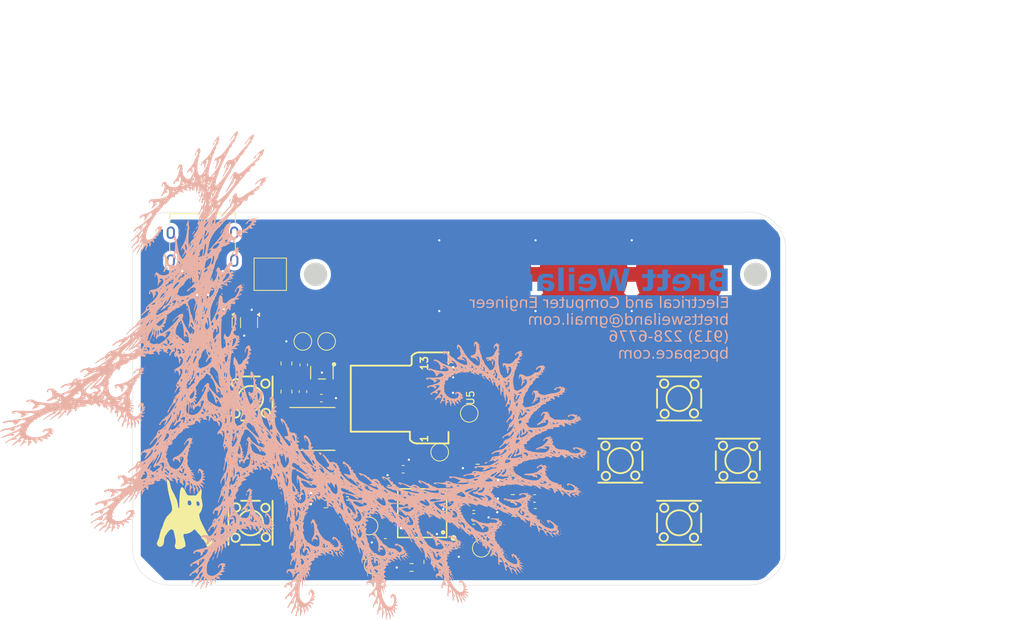
<source format=kicad_pcb>
(kicad_pcb (version 20241229) (generator "pcbnew") (generator_version "9.0")
  (layers (0 "F.Cu" signal) (2 "B.Cu" signal) (13 "F.Paste" user) (15 "B.Paste" user) (5 "F.SilkS" user "F.Silkscreen") (7 "B.SilkS" user "B.Silkscreen") (1 "F.Mask" user) (3 "B.Mask" user) (25 "Edge.Cuts" user))
  (net 0 "")
  (net 1 "GND")
  (net 2 "+3V0")
  (net 3 "Net-(U4-VBAT)")
  (net 4 "Net-(C13-Pad1)")
  (net 5 "Net-(C14-Pad1)")
  (net 6 "Net-(C15-Pad1)")
  (net 7 "Net-(C16-Pad1)")
  (net 8 "Net-(C17-Pad1)")
  (net 9 "Net-(C18-Pad1)")
  (net 10 "Net-(U2-VIN)")
  (net 11 "in_button_a")
  (net 12 "Net-(U4-BOOT0)")
  (net 13 "in_button_b")
  (net 14 "in_button_down")
  (net 15 "in_button_left")
  (net 16 "in_button_right")
  (net 17 "in_button_up")
  (net 18 "unregulated_vcc")
  (net 19 "Net-(U1-FB)")
  (net 20 "spi1_sck")
  (net 21 "Net-(J1-CC1)")
  (net 22 "spi1_mosi")
  (net 23 "Net-(U2-~{CE})")
  (net 24 "Net-(J1-CC2)")
  (net 25 "power_info")
  (net 32 "Net-(Q1-S)")
  (net 33 "lcd_reset")
  (net 39 "Net-(U1-SW)")
  (net 45 "Net-(R10-Pad1)")
  (net 49 "spi1_miso")
  (net 53 "lcd_dataselect")
  (net 55 "lcd_cs")
  (net 59 "Net-(U4-NRST)")
  (net 60 "Net-(U4-PA14)")
  (net 61 "Net-(U4-PA13)")
  (net 62 "backlight_fet")
  (footprint "LOGO" (layer "F.Cu") (at 139.84371 122.678069)
    (property "Reference" "G***" (hide yes))
    (property "Value" "LOGO" (hide yes))
  )
  (footprint "Capacitor_SMD:C_0603_1608Metric" (layer "F.Cu") (at 187.369442 122.41021)
    (property "Reference" "C14" (hide yes))
    (property "Value" "2.2uF" (hide yes))
  )
  (footprint "Capacitor_SMD:C_0603_1608Metric" (layer "F.Cu") (at 167.433349 118.253643 180)
    (property "Reference" "C4" (hide yes))
    (property "Value" "100nF" (hide yes))
  )
  (footprint "easyeda2kicad:SW-SMD_4P-L6.0-W6.0-P4.50-LS8.6" (layer "F.Cu") (at 206.951133 106.915534)
    (property "Reference" "b_up1" (hide yes))
    (property "Value" "TSD003A04126A02" (hide yes))
  )
  (footprint "TestPoint:TestPoint_Pad_4.0x4.0mm" (layer "F.Cu") (at 151.296213 89.989223)
    (property "Reference" "TP1" (hide yes))
    (property "Value" "675_positive" (hide yes))
  )
  (footprint "TestPoint:TestPoint_Pad_D2.0mm" (layer "F.Cu") (at 158.963914 99.135976)
    (property "Reference" "unreg_vcc1" (hide yes))
    (property "Value" "unreg_vcc" (hide yes))
  )
  (footprint "Capacitor_SMD:C_0603_1608Metric" (layer "F.Cu") (at 187.273159 120.535261)
    (property "Reference" "C16" (hide yes))
    (property "Value" "2.2uF" (hide yes))
  )
  (footprint "TestPoint:TestPoint_Pad_D2.0mm" (layer "F.Cu") (at 164.750573 124.284125)
    (property "Reference" "SWDIO1" (hide yes))
    (property "Value" "SWDIO" (hide yes))
  )
  (footprint "Package_TO_SOT_SMD:SOT-23" (layer "F.Cu") (at 159.273241 115.503476 180)
    (property "Reference" "Q1" (hide yes))
    (property "Value" "AO3400A" (hide yes))
  )
  (footprint "easyeda2kicad:SOT-23-5_L3.0-W1.7-P0.95-LS2.8-BL" (layer "F.Cu") (at 158.325688 103.405065 180)
    (property "Reference" "U1" (hide yes))
    (property "Value" "MT9216" (hide yes))
  )
  (footprint "Resistor_SMD:R_0603_1608Metric" (layer "F.Cu") (at 174.948734 129.933381)
    (property "Reference" "R10" (hide yes))
    (property "Value" "0" (hide yes))
  )
  (footprint "Capacitor_SMD:C_0603_1608Metric" (layer "F.Cu") (at 176.686855 126.779815)
    (property "Reference" "C12" (hide yes))
    (property "Value" "100nF" (hide yes))
  )
  (footprint "easyeda2kicad:OLED-SMD_ST7735S" (layer "F.Cu") (at 177.014466 106.835534 -90)
    (property "Reference" "U5")
    (property "Value" "N096-1608TBBIG11-H13" (hide yes))
  )
  (footprint "Capacitor_SMD:C_0603_1608Metric" (layer "F.Cu") (at 178.99165 124.571621)
    (property "Reference" "C11" (hide yes))
    (property "Value" ".1uF" (hide yes))
  )
  (footprint "Resistor_SMD:R_0603_1608Metric" (layer "F.Cu") (at 170.530995 129.935313 180)
    (property "Reference" "R11" (hide yes))
    (property "Value" "0" (hide yes))
  )
  (footprint "Package_TO_SOT_SMD:SOT-363_SC-70-6" (layer "F.Cu") (at 148.414155 96.574097 -90)
    (property "Reference" "U3" (hide yes))
    (property "Value" "LM66100DCK" (hide yes))
  )
  (footprint "Resistor_SMD:R_0805_2012Metric" (layer "F.Cu") (at 153.498188 102.147565 90)
    (property "Reference" "R4" (hide yes))
    (property "Value" "100k .01%" (hide yes))
  )
  (footprint "Resistor_SMD:R_0603_1608Metric" (layer "F.Cu") (at 142.831133 90.805534 -90)
    (property "Reference" "R2" (hide yes))
    (property "Value" "5.1k")
  )
  (footprint "Capacitor_SMD:C_0603_1608Metric" (layer "F.Cu") (at 182.485179 116.39855)
    (property "Reference" "C13" (hide yes))
    (property "Value" "2.2uF" (hide yes))
  )
  (footprint "Resistor_SMD:R_0805_2012Metric" (layer "F.Cu") (at 153.498188 105.972565 90)
    (property "Reference" "R3" (hide yes))
    (property "Value" "400k 1%" (hide yes))
  )
  (footprint "Capacitor_SMD:C_0603_1608Metric" (layer "F.Cu") (at 178.99165 121.651621 180)
    (property "Reference" "C8" (hide yes))
    (property "Value" "2.2uF" (hide yes))
  )
  (footprint "Resistor_SMD:R_0603_1608Metric" (layer "F.Cu") (at 184.313159 120.535261)
    (property "Reference" "R9" (hide yes))
    (property "Value" "1k" (hide yes))
  )
  (footprint "Resistor_SMD:R_0603_1608Metric" (layer "F.Cu") (at 158.859256 121.286002)
    (property "Reference" "R13" (hide yes))
    (property "Value" "1k" (hide yes))
  )
  (footprint "Capacitor_SMD:C_0603_1608Metric" (layer "F.Cu") (at 187.257004 118.016635)
    (property "Reference" "C15" (hide yes))
    (property "Value" "2.2uF" (hide yes))
  )
  (footprint "easyeda2kicad:SW-SMD_4P-L6.0-W6.0-P4.50-LS8.6" (layer "F.Cu") (at 214.951133 115.382201)
    (property "Reference" "b_left1" (hide yes))
    (property "Value" "TSD003A04126A02" (hide yes))
  )
  (footprint "Capacitor_SMD:C_0603_1608Metric" (layer "F.Cu") (at 178.99165 123.111621)
    (property "Reference" "C5" (hide yes))
    (property "Value" "100nF" (hide yes))
  )
  (footprint "easyeda2kicad:SW-SMD_4P-L6.0-W6.0-P4.50-LS8.6" (layer "F.Cu") (at 198.951133 115.382201)
    (property "Reference" "b_right1" (hide yes))
    (property "Value" "TSD003A04126A02" (hide yes))
  )
  (footprint "Resistor_SMD:R_0603_1608Metric" (layer "F.Cu") (at 158.853042 119.7874)
    (property "Reference" "R12" (hide yes))
    (property "Value" "1k" (hide yes))
  )
  (footprint "Capacitor_SMD:C_0603_1608Metric" (layer "F.Cu") (at 161.813042 119.7874)
    (property "Reference" "C17" (hide yes))
    (property "Value" "2.2uF" (hide yes))
  )
  (footprint "Resistor_SMD:R_0603_1608Metric" (layer "F.Cu") (at 184.409442 122.41021)
    (property "Reference" "R6" (hide yes))
    (property "Value" "1k" (hide yes))
  )
  (footprint "TestPoint:TestPoint_Pad_D2.0mm" (layer "F.Cu") (at 174.362663 114.235371)
    (property "Reference" "TP_mosi1" (hide yes))
    (property "Value" "TestPoint" (hide yes))
  )
  (footprint "indigos_kicad_lib:SAMESKY_UJC-H-G-SMT-2-P6-TR" (layer "F.Cu") (at 142.074466 84.33 180)
    (property "Reference" "J1" (hide yes))
    (property "Value" "USB_C_Receptacle_PowerOnly_6P" (hide yes))
  )
  (footprint "Resistor_SMD:R_0603_1608Metric" (layer "F.Cu") (at 184.297004 118.016635)
    (property "Reference" "R7" (hide yes))
    (property "Value" "1k" (hide yes))
  )
  (footprint "TestPoint:TestPoint_Pad_D2.0mm" (layer "F.Cu") (at 180.021047 127.320001)
    (property "Reference" "tst_nrst1" (hide yes))
    (property "Value" "tst_nrst" (hide yes))
  )
  (footprint "TestPoint:TestPoint_Pad_D2.0mm" (layer "F.Cu") (at 155.734045 99.135976)
    (property "Reference" "TestPoint_gnd1" (hide yes))
    (property "Value" "TestPoint_gnd" (hide yes))
  )
  (footprint "Capacitor_SMD:C_0603_1608Metric" (layer "F.Cu") (at 169.388611 116.553306)
    (property "Reference" "C2" (hide yes))
    (property "Value" "10uF" (hide yes))
  )
  (footprint "TestPoint:TestPoint_Pad_D2.0mm" (layer "F.Cu") (at 178.381844 108.935534)
    (property "Reference" "TP_sck1" (hide yes))
    (property "Value" "TestPoint" (hide yes))
  )
  (footprint "Capacitor_SMD:C_0603_1608Metric" (layer "F.Cu") (at 161.819256 121.286002)
    (property "Reference" "C18" (hide yes))
    (property "Value" "2.2uF" (hide yes))
  )
  (footprint "easyeda2kicad:LQFP-48_L7.0-W7.0-P0.50-LS9.0-BL" (layer "F.Cu") (at 171.990878 122.534125 90)
    (property "Reference" "U4" (hide yes))
    (property "Value" "STM32F103C8T6" (hide yes))
  )
  (footprint "Capacitor_SMD:C_0603_1608Metric" (layer "F.Cu") (at 158.248188 106.860065)
    (property "Reference" "C10" (hide yes))
    (property "Value" "10uF" (hide yes))
  )
  (footprint "Library:battery_holder" (layer "F.Cu") (at 167.753529 90.00238)
    (property "Reference" "U6" (hide yes))
    (property "Value" "~" (hide yes))
    (fp_circle (center -10.3 0) (end -11.9 0) (fill yes) (layer "Edge.Cuts"))
    (fp_circle (center 49.6 0) (end 48 0) (fill yes) (layer "Edge.Cuts"))
  )
  (footprint "easyeda2kicad:SW-SMD_4P-L6.0-W6.0-P4.50-LS8.6" (layer "F.Cu") (at 148.607799 123.848868 90)
    (property "Reference" "b_b1" (hide yes))
    (property "Value" "TSD003A04126A02" (hide yes))
  )
  (footprint "easyeda2kicad:SW-SMD_4P-L6.0-W6.0-P4.50-LS8.6" (layer "F.Cu") (at 206.951133 123.848868 180)
    (property "Reference" "b_down1" (hide yes))
    (property "Value" "TSD003A04126A02" (hide yes))
  )
  (footprint "Resistor_SMD:R_0603_1608Metric" (layer "F.Cu") (at 179.525179 116.39855)
    (property "Reference" "R5" (hide yes))
    (property "Value" "1k" (hide yes))
  )
  (footprint "Capacitor_SMD:C_0603_1608Metric" (layer "F.Cu") (at 155.748188 105.972565 90)
    (property "Reference" "C9" (hide yes))
    (property "Value" "22pF" (hide yes))
  )
  (footprint "Package_TO_SOT_SMD:SOT-363_SC-70-6" (layer "F.Cu") (at 144.950255 96.574097 -90)
    (property "Reference" "U2" (hide yes))
    (property "Value" "LM66100DCK" (hide yes))
  )
  (footprint "TestPoint:TestPoint_Pad_D2.0mm" (layer "F.Cu") (at 165.303801 129.637235)
    (property "Reference" "SWCLK1" (hide yes))
    (property "Value" "SWCLK" (hide yes))
  )
  (footprint "Resistor_SMD:R_0603_1608Metric" (layer "F.Cu") (at 172.740878 129.182482 -90)
    (property "Reference" "R8" (hide yes))
    (property "Value" "10k" (hide yes))
  )
  (footprint "Capacitor_SMD:C_0603_1608Metric" (layer "F.Cu") (at 174.948724 128.478655)
    (property "Reference" "C6" (hide yes))
    (property "Value" "100nF" (hide yes))
  )
  (footprint "indigos_kicad_lib:IND-SMD_L5.8-W5.2" (layer "F.Cu") (at 157.098188 111.060065)
    (property "Reference" "L1" (hide yes))
    (property "Value" "4.7uH" (hide yes))
  )
  (footprint "easyeda2kicad:SW-SMD_4P-L6.0-W6.0-P4.50-LS8.6" (layer "F.Cu") (at 148.607799 106.915534 90)
    (property "Reference" "b_a1" (hide yes))
    (property "Value" "TSD003A04126A02" (hide yes))
  )
  (footprint "Capacitor_SMD:C_0603_1608Metric" (layer "F.Cu") (at 166.965878 126.518684 180)
    (property "Reference" "C3" (hide yes))
    (property "Value" "100nF" (hide yes))
  )
  (footprint "Capacitor_SMD:C_0603_1608Metric" (layer "F.Cu") (at 155.860751 102.332657 -90)
    (property "Reference" "C1" (hide yes))
    (property "Value" "10uF" (hide yes))
  )
  (footprint "Resistor_SMD:R_0603_1608Metric" (layer "F.Cu") (at 141.331133 90.805534 -90)
    (property "Reference" "R1" (hide yes))
    (property "Value" "5.1k")
  )
  (footprint "LOGO" (layer "B.Cu") (at 154.509245 103.675705 180)
    (property "Reference" "G***" (hide yes))
    (property "Value" "LOGO" (hide yes))
  )
  (gr_line (start 137.564466 132.335534) (end 216.464466 132.335534) (stroke (width 0.05)) (layer "Edge.Cuts"))
  (gr_arc (start 137.564466 132.335534) (mid 134.028932 130.871068) (end 132.564466 127.335534) (stroke (width 0.05)) (layer "Edge.Cuts"))
  (gr_line (start 132.564466 86.535534) (end 132.564466 127.335534) (stroke (width 0.05)) (layer "Edge.Cuts"))
  (gr_arc (start 216.464466 81.535534) (mid 220 83) (end 221.464466 86.535534) (stroke (width 0.05)) (layer "Edge.Cuts"))
  (gr_line (start 221.464466 127.335534) (end 221.464466 86.535534) (stroke (width 0.05)) (layer "Edge.Cuts"))
  (gr_line (start 216.464466 81.535534) (end 137.564466 81.535534) (stroke (width 0.05)) (layer "Edge.Cuts"))
  (gr_arc (start 132.564466 86.535534) (mid 134.028932 83) (end 137.564466 81.535534) (stroke (width 0.05)) (layer "Edge.Cuts"))
  (gr_arc (start 221.464466 127.335534) (mid 220 130.871068) (end 216.464466 132.335534) (stroke (width 0.05)) (layer "Edge.Cuts"))
  (gr_text "Brett Weiland" (at 213.949245 89.270705 -0) (layer "B.Cu") (effects (font (size 3 3) (thickness 0.2) (bold yes)) (justify left top mirror)))
  (gr_text "Electrical and Computer Engineer" (at 213.799245 93.070705 -0) (layer "B.SilkS") (effects (font (size 1.5 1.5)) (justify left top mirror)))
  (gr_text "brettsweiland@gmail.com" (at 213.739245 95.370705 -0) (layer "B.SilkS") (effects (font (size 1.5 1.5)) (justify left top mirror)))
  (gr_text "(913) 228-6776" (at 213.759245 97.670705 -0) (layer "B.SilkS") (effects (font (size 1.5 1.5)) (justify left top mirror)))
  (gr_text "bpcspace.com" (at 213.739245 99.970705 -0) (layer "B.SilkS") (effects (font (size 1.5 1.5)) (justify left top mirror)))
  (segment (start 182.407094 90.00238) (end 187.403529 94.998815) (width 2) (layer "F.Cu") (net 1))
  (segment (start 158.034256 121.286002) (end 156.851445 121.286002) (width 0.25) (layer "F.Cu") (net 1))
  (segment (start 180.853529 90.00238) (end 182.407094 90.00238) (width 2) (layer "F.Cu") (net 1))
  (segment (start 207.053529 90.00238) (end 205.499964 90.00238) (width 2) (layer "F.Cu") (net 1))
  (segment (start 169.307094 90.00238) (end 174.303529 94.998815) (width 2) (layer "F.Cu") (net 1))
  (segment (start 169.705995 129.935313) (end 168.508983 129.935313) (width 0.25) (layer "F.Cu") (net 1))
  (segment (start 179.76665 123.111621) (end 181.015522 123.111621) (width 0.25) (layer "F.Cu") (net 1))
  (segment (start 158.325688 102.255065) (end 158.325688 103.383231) (width 0.5) (layer "F.Cu") (net 1))
  (segment (start 193.953529 90.00238) (end 195.86673 90.00238) (width 2) (layer "F.Cu") (net 1))
  (segment (start 176.964712 128.478655) (end 175.723724 128.478655) (width 0.25) (layer "F.Cu") (net 1))
  (segment (start 179.76665 124.571621) (end 179.76665 123.111621) (width 0.25) (layer "F.Cu") (net 1))
  (segment (start 167.740878 124.784125) (end 166.946477 124.784125) (width 0.25) (layer "F.Cu") (net 1))
  (segment (start 166.658349 118.253643) (end 166.658349 117.969587) (width 0.25) (layer "F.Cu") (net 1))
  (segment (start 167.753529 90.00238) (end 169.66673 90.00238) (width 2) (layer "F.Cu") (net 1))
  (segment (start 167.753529 90.00238) (end 169.307094 90.00238) (width 2) (layer "F.Cu") (net 1))
  (segment (start 169.740878 118.284125) (end 169.740878 116.976039) (width 0.25) (layer "F.Cu") (net 1))
  (segment (start 166.190878 126.518684) (end 165.117727 126.518684) (width 0.25) (layer "F.Cu") (net 1))
  (segment (start 205.140328 90.00238) (end 200.503529 85.365581) (width 2) (layer "F.Cu") (net 1))
  (segment (start 148.414155 95.187973) (end 148.414155 95.624097) (width 0.25) (layer "F.Cu") (net 1))
  (segment (start 180.853529 90.00238) (end 167.753529 90.00238) (width 2) (layer "F.Cu") (net 1))
  (segment (start 148.773765 94.828363) (end 148.414155 95.187973) (width 0.25) (layer "F.Cu") (net 1))
  (segment (start 144.824466 89.555534) (end 144.824466 88.21) (width 0.5) (layer "F.Cu") (net 1))
  (segment (start 155.860751 103.107657) (end 156.136325 103.383231) (width 0.25) (layer "F.Cu") (net 1))
  (segment (start 174.559466 106.135534) (end 176.171148 106.135534) (width 0.5) (layer "F.Cu") (net 1))
  (segment (start 169.740878 116.976039) (end 170.163611 116.553306) (width 0.25) (layer "F.Cu") (net 1))
  (segment (start 180.853529 90.00238) (end 178.940328 90.00238) (width 2) (layer "F.Cu") (net 1))
  (segment (start 155.734045 99.135976) (end 153.498163 99.135976) (width 0.5) (layer "F.Cu") (net 1))
  (segment (start 147.914154 98.349097) (end 147.752869 98.349097) (width 0.25) (layer "F.Cu") (net 1))
  (segment (start 178.700179 116.39855) (end 177.51654 116.39855) (width 0.25) (layer "F.Cu") (net 1))
  (segment (start 179.76665 123.111621) (end 179.76665 121.651621) (width 0.25) (layer "F.Cu") (net 1))
  (segment (start 139.324466 88.21) (end 139.324466 89.548867) (width 0.5) (layer "F.Cu") (net 1))
  (segment (start 182.76673 90.00238) (end 187.403529 85.365581) (width 2) (layer "F.Cu") (net 1))
  (segment (start 207.053529 90.00238) (end 193.953529 90.00238) (width 2) (layer "F.Cu") (net 1))
  (segment (start 153.498188 99.136001) (end 153.493954 99.131767) (width 0.25) (layer "F.Cu") (net 1))
  (segment (start 193.953529 90.00238) (end 192.399964 90.00238) (width 2) (layer "F.Cu") (net 1))
  (segment (start 159.023188 106.860065) (end 160.238628 106.860065) (width 0.5) (layer "F.Cu") (net 1))
  (segment (start 141.331133 91.630534) (end 141.331133 92.805534) (width 0.2) (layer "F.Cu") (net 1))
  (segment (start 166.190878 125.539724) (end 166.190878 126.518684) (width 0.25) (layer "F.Cu") (net 1))
  (segment (start 174.559466 102.635534) (end 176.199643 102.635534) (width 0.5) (layer "F.Cu") (net 1))
  (segment (start 175.041178 121.784125) (end 174.846241 121.979062) (width 0.25) (layer "F.Cu") (net 1))
  (segment (start 180.853529 90.00238) (end 182.76673 90.00238) (width 2) (layer "F.Cu") (net 1))
  (segment (start 153.498188 101.235065) (end 153.634956 101.235065) (width 0.25) (layer "F.Cu") (net 1))
  (segment (start 174.240878 125.643287) (end 173.978553 125.380962) (width 0.25) (layer "F.Cu") (net 1))
  (segment (start 142.831133 91.630534) (end 142.831133 92.805534) (width 0.2) (layer "F.Cu") (net 1))
  (segment (start 207.053529 90.00238) (end 205.140328 90.00238) (width 2) (layer "F.Cu") (net 1))
  (segment (start 166.658349 117.969587) (end 167.264504 117.363432) (width 0.25) (layer "F.Cu") (net 1))
  (segment (start 183.488159 120.535261) (end 182.290644 120.535261) (width 0.25) (layer "F.Cu") (net 1))
  (segment (start 174.240878 126.784125) (end 174.240878 125.643287) (width 0.25) (layer "F.Cu") (net 1))
  (segment (start 179.299964 90.00238) (end 174.303529 94.998815) (width 2) (layer "F.Cu") (net 1))
  (segment (start 158.028042 119.7874) (end 156.828555 119.7874) (width 0.25) (layer "F.Cu") (net 1))
  (segment (start 176.240878 121.784125) (end 175.041178 121.784125) (width 0.25) (layer "F.Cu") (net 1))
  (segment (start 169.66673 90.00238) (end 174.303529 85.365581) (width 2) (layer "F.Cu") (net 1))
  (segment (start 170.163611 116.553306) (end 170.163611 115.257278) (width 0.5) (layer "F.Cu") (net 1))
  (segment (start 148.414155 97.524097) (end 148.414155 97.849096) (width 0.25) (layer "F.Cu") (net 1))
  (segment (start 178.940328 90.00238) (end 174.303529 85.365581) (width 2) (layer "F.Cu") (net 1))
  (segment (start 156.136325 103.383231) (end 158.325688 103.383231) (width 0.5) (layer "F.Cu") (net 1))
  (segment (start 153.498163 99.135976) (end 153.493954 99.131767) (width 0.25) (layer "F.Cu") (net 1))
  (segment (start 195.507094 90.00238) (end 200.503529 94.998815) (width 2) (layer "F.Cu") (net 1))
  (segment (start 139.324466 89.548867) (end 139.331133 89.555534) (width 0.2) (layer "F.Cu") (net 1))
  (segment (start 192.399964 90.00238) (end 187.403529 94.998815) (width 2) (layer "F.Cu") (net 1))
  (segment (start 193.953529 90.00238) (end 195.507094 90.00238) (width 2) (layer "F.Cu") (net 1))
  (segment (start 205.499964 90.00238) (end 200.503529 94.998815) (width 2) (layer "F.Cu") (net 1))
  (segment (start 193.953529 90.00238) (end 192.040328 90.00238) (width 2) (layer "F.Cu") (net 1))
  (segment (start 183.584442 122.41021) (end 182.194361 122.41021) (width 0.25) (layer "F.Cu") (net 1))
  (segment (start 192.040328 90.00238) (end 187.403529 85.365581) (width 2) (layer "F.Cu") (net 1))
  (segment (start 180.853529 90.00238) (end 179.299964 90.00238) (width 2) (layer "F.Cu") (net 1))
  (segment (start 166.946477 124.784125) (end 166.190878 125.539724) (width 0.25) (layer "F.Cu") (net 1))
  (segment (start 148.414155 97.849096) (end 147.914154 98.349097) (width 0.25) (layer "F.Cu") (net 1))
  (segment (start 168.854515 124.784125) (end 169.05776 124.58088) (width 0.25) (layer "F.Cu") (net 1))
  (segment (start 153.498188 101.235065) (end 153.498188 99.136001) (width 0.5) (layer "F.Cu") (net 1))
  (segment (start 195.86673 90.00238) (end 200.503529 85.365581) (width 2) (layer "F.Cu") (net 1))
  (segment (start 144.950255 95.624097) (end 144.950255 94.780685) (width 0.25) (layer "F.Cu") (net 1))
  (segment (start 193.953529 90.00238) (end 180.853529 90.00238) (width 2) (layer "F.Cu") (net 1))
  (segment (start 174.559466 104.035534) (end 176.199643 104.035534) (width 0.5) (layer "F.Cu") (net 1))
  (segment (start 167.740878 124.784125) (end 168.854515 124.784125) (width 0.25) (layer "F.Cu") (net 1))
  (segment (start 183.472004 118.016635) (end 182.306799 118.016635) (width 0.25) (layer "F.Cu") (net 1))
  (via (at 158.325688 103.383231) (size 0.6) (drill 0.3) (layers "F.Cu" "B.Cu") (net 1))
  (via (at 174.846241 121.979062) (size 0.6) (drill 0.3) (layers "F.Cu" "B.Cu") (net 1))
  (via (at 176.199643 104.035534) (size 0.6) (drill 0.3) (layers "F.Cu" "B.Cu") (net 1))
  (via (at 165.117727 126.518684) (size 0.6) (drill 0.3) (layers "F.Cu" "B.Cu") (net 1))
  (via (at 169.05776 124.58088) (size 0.6) (drill 0.3) (layers "F.Cu" "B.Cu") (net 1))
  (via (at 174.303529 85.365581) (size 1) (drill 0.3) (layers "F.Cu" "B.Cu") (net 1))
  (via (at 187.403529 85.365581) (size 1) (drill 0.3) (layers "F.Cu" "B.Cu") (net 1))
  (via (at 156.828555 119.7874) (size 0.6) (drill 0.3) (layers "F.Cu" "B.Cu") (net 1))
  (via (at 177.51654 116.39855) (size 0.6) (drill 0.3) (layers "F.Cu" "B.Cu") (net 1))
  (via (at 176.199643 102.635534) (size 0.6) (drill 0.3) (layers "F.Cu" "B.Cu") (net 1))
  (via (at 182.290644 120.535261) (size 0.6) (drill 0.3) (layers "F.Cu" "B.Cu") (net 1))
  (via (at 147.752869 98.349097) (size 0.6) (drill 0.3) (layers "F.Cu" "B.Cu") (net 1))
  (via (at 148.773765 94.828363) (size 0.6) (drill 0.3) (layers "F.Cu" "B.Cu") (net 1))
  (via (at 144.950255 94.780685) (size 0.6) (drill 0.3) (layers "F.Cu" "B.Cu") (net 1))
  (via (at 187.403529 94.998815) (size 1) (drill 0.3) (layers "F.Cu" "B.Cu") (net 1))
  (via (at 200.503529 85.365581) (size 1) (drill 0.3) (layers "F.Cu" "B.Cu") (net 1))
  (via (at 168.508983 129.935313) (size 0.6) (drill 0.3) (layers "F.Cu" "B.Cu") (net 1))
  (via (at 142.831133 92.805534) (size 0.6) (drill 0.3) (layers "F.Cu" "B.Cu") (net 1))
  (via (at 182.194361 122.41021) (size 0.6) (drill 0.3) (layers "F.Cu" "B.Cu") (net 1))
  (via (at 176.171148 106.135534) (size 0.6) (drill 0.3) (layers "F.Cu" "B.Cu") (net 1))
  (via (at 153.493954 99.131767) (size 0.6) (drill 0.3) (layers "F.Cu" "B.Cu") (net 1))
  (via (at 182.306799 118.016635) (size 0.6) (drill 0.3) (layers "F.Cu" "B.Cu") (net 1))
  (via (at 160.238628 106.860065) (size 0.6) (drill 0.3) (layers "F.Cu" "B.Cu") (net 1))
  (via (at 144.824466 89.555534) (size 0.6) (drill 0.3) (layers "F.Cu" "B.Cu") (net 1))
  (via (at 141.331133 92.805534) (size 0.6) (drill 0.3) (layers "F.Cu" "B.Cu") (net 1))
  (via (at 174.303529 94.998815) (size 1) (drill 0.3) (layers "F.Cu" "B.Cu") (net 1))
  (via (at 173.978553 125.380962) (size 0.6) (drill 0.3) (layers "F.Cu" "B.Cu") (net 1))
  (via (at 156.851445 121.286002) (size 0.6) (drill 0.3) (layers "F.Cu" "B.Cu") (net 1))
  (via (at 200.503529 94.998815) (size 1) (drill 0.3) (layers "F.Cu" "B.Cu") (net 1))
  (via (at 139.331133 89.555534) (size 0.6) (drill 0.3) (layers "F.Cu" "B.Cu") (net 1))
  (via (at 167.264504 117.363432) (size 0.6) (drill 0.3) (layers "F.Cu" "B.Cu") (net 1))
  (via (at 181.015522 123.111621) (size 0.6) (drill 0.3) (layers "F.Cu" "B.Cu") (net 1))
  (via (at 176.964712 128.478655) (size 0.6) (drill 0.3) (layers "F.Cu" "B.Cu") (net 1))
  (via (at 170.163611 115.257278) (size 0.6) (drill 0.3) (layers "F.Cu" "B.Cu") (net 1))
  (segment (start 169.68376 124.840178) (end 169.68376 119.649239) (width 0.25) (layer "F.Cu") (net 2))
  (segment (start 172.374458 121.284125) (end 176.240878 121.284125) (width 0.25) (layer "F.Cu") (net 2))
  (segment (start 154.768188 113.2016) (end 154.768188 111.060065) (width 0.25) (layer "F.Cu") (net 2))
  (segment (start 210.951133 113.132201) (end 218.951133 113.132201) (width 0.25) (layer "F.Cu") (net 2))
  (segment (start 167.740878 125.284125) (end 169.239813 125.284125) (width 0.25) (layer "F.Cu") (net 2))
  (segment (start 155.860688 106.860065) (end 155.748188 106.747565) (width 0.5) (layer "F.Cu") (net 2))
  (segment (start 169.240878 119.206358) (end 171.318645 121.284125) (width 0.25) (layer "F.Cu") (net 2))
  (segment (start 154.768188 112.493656) (end 154.768188 111.060065) (width 0.5) (layer "F.Cu") (net 2))
  (segment (start 169.68376 119.649239) (end 169.240878 119.206358) (width 0.25) (layer "F.Cu") (net 2))
  (segment (start 220.177133 118.558201) (end 212.636466 126.098868) (width 0.25) (layer "F.Cu") (net 2))
  (segment (start 178.21665 123.111621) (end 178.21665 121.651621) (width 0.25) (layer "F.Cu") (net 2))
  (segment (start 218.951133 113.132201) (end 220.177133 114.358201) (width 0.25) (layer "F.Cu") (net 2))
  (segment (start 169.240878 118.284125) (end 169.240878 117.180573) (width 0.25) (layer "F.Cu") (net 2))
  (segment (start 155.748188 106.747565) (end 153.635688 106.747565) (width 0.5) (layer "F.Cu") (net 2))
  (segment (start 165.208812 115.503476) (end 158.335741 115.503476) (width 0.5) (layer "F.Cu") (net 2))
  (segment (start 169.240878 118.284125) (end 168.238831 118.284125) (width 0.25) (layer "F.Cu") (net 2))
  (segment (start 174.319008 128.478655) (end 175.773734 129.933381) (width 0.25) (layer "F.Cu") (net 2))
  (segment (start 167.740878 125.284125) (end 167.740878 126.518684) (width 0.25) (layer "F.Cu") (net 2))
  (segment (start 212.177133 105.891534) (end 212.177133 111.906201) (width 0.25) (layer "F.Cu") (net 2))
  (segment (start 212.177133 111.906201) (end 210.951133 113.132201) (width 0.25) (layer "F.Cu") (net 2))
  (segment (start 151.783799 129.074868) (end 147.583799 129.074868) (width 0.25) (layer "F.Cu") (net 2))
  (segment (start 202.951133 104.665534) (end 174.629466 104.665534) (width 0.25) (layer "F.Cu") (net 2))
  (segment (start 194.951133 113.132201) (end 202.951133 113.132201) (width 0.25) (layer "F.Cu") (net 2))
  (segment (start 168.238831 118.284125) (end 168.208349 118.253643) (width 0.25) (layer "F.Cu") (net 2))
  (segment (start 174.559466 104.735534) (end 173.057466 104.735534) (width 0.5) (layer "F.Cu") (net 2))
  (segment (start 157.473188 106.860065) (end 155.860688 106.860065) (width 0.5) (layer "F.Cu") (net 2))
  (segment (start 212.636466 126.098868) (end 210.951133 126.098868) (width 0.25) (layer "F.Cu") (net 2))
  (segment (start 165.621235 115.915899) (end 166.258642 116.553306) (width 0.5) (layer "F.Cu") (net 2))
  (segment (start 165.621235 115.915899) (end 165.208812 115.503476) (width 0.5) (layer "F.Cu") (net 2))
  (segment (start 174.740878 126.784125) (end 174.740878 123.650545) (width 0.25) (layer "F.Cu") (net 2))
  (segment (start 210.951133 104.665534) (end 212.177133 105.891534) (width 0.25) (layer "F.Cu") (net 2))
  (segment (start 166.939878 127.319684) (end 153.538983 127.319684) (width 0.25) (layer "F.Cu") (net 2))
  (segment (start 154.768188 111.060065) (end 154.768188 111.935923) (width 0.5) (layer "F.Cu") (net 2))
  (segment (start 202.951133 104.665534) (end 210.951133 104.665534) (width 0.25) (layer "F.Cu") (net 2))
  (segment (start 174.740878 123.650545) (end 172.374458 121.284125) (width 0.25) (layer "F.Cu") (net 2))
  (segment (start 165.610084 115.92705) (end 165.621235 115.915899) (width 0.5) (layer "F.Cu") (net 2))
  (segment (start 154.768188 111.935923) (end 158.335741 115.503476) (width 0.5) (layer "F.Cu") (net 2))
  (segment (start 174.173724 128.478655) (end 174.740878 127.911501) (width 0.25) (layer "F.Cu") (net 2))
  (segment (start 174.173724 128.478655) (end 174.319008 128.478655) (width 0.25) (layer "F.Cu") (net 2))
  (segment (start 199.11662 129.933381) (end 175.773734 129.933381) (width 0.25) (layer "F.Cu") (net 2))
  (segment (start 153.635688 106.747565) (end 153.498188 106.885065) (width 0.5) (layer "F.Cu") (net 2))
  (segment (start 153.498188 106.885065) (end 153.498188 109.790065) (width 0.5) (layer "F.Cu") (net 2))
  (segment (start 202.951133 113.132201) (end 210.951133 113.132201) (width 0.25) (layer "F.Cu") (net 2))
  (segment (start 168.613611 116.553306) (end 166.258642 116.553306) (width 0.5) (layer "F.Cu") (net 2))
  (segment (start 202.951133 126.098868) (end 199.11662 129.933381) (width 0.25) (layer "F.Cu") (net 2))
  (segment (start 169.240878 117.180573) (end 168.613611 116.553306) (width 0.25) (layer "F.Cu") (net 2))
  (segment (start 178.21665 121.651621) (end 177.849154 121.284125) (width 0.25) (layer "F.Cu") (net 2))
  (segment (start 166.939878 127.319684) (end 167.740878 126.518684) (width 0.25) (layer "F.Cu") (net 2))
  (segment (start 146.357799 127.848868) (end 146.357799 119.848868) (width 0.25) (layer "F.Cu") (net 2))
  (segment (start 173.057466 104.735534) (end 165.208812 112.584188) (width 0.5) (layer "F.Cu") (net 2))
  (segment (start 153.498188 109.790065) (end 154.768188 111.060065) (width 0.5) (layer "F.Cu") (net 2))
  (segment (start 171.318645 121.284125) (end 172.374458 121.284125) (width 0.25) (layer "F.Cu") (net 2))
  (segment (start 165.208812 112.584188) (end 165.208812 115.503476) (width 0.5) (layer "F.Cu") (net 2))
  (segment (start 174.629466 104.665534) (end 174.559466 104.735534) (width 0.25) (layer "F.Cu") (net 2))
  (segment (start 146.357799 110.915534) (end 146.357799 102.915534) (width 0.25) (layer "F.Cu") (net 2))
  (segment (start 175.907545 126.784125) (end 175.911855 126.779815) (width 0.25) (layer "F.Cu") (net 2))
  (segment (start 146.357799 110.915534) (end 146.357799 119.848868) (width 0.25) (layer "F.Cu") (net 2))
  (segment (start 174.740878 126.784125) (end 175.907545 126.784125) (width 0.25) (layer "F.Cu") (net 2))
  (segment (start 177.849154 121.284125) (end 176.240878 121.284125) (width 0.25) (layer "F.Cu") (net 2))
  (segment (start 220.177133 114.358201) (end 220.177133 118.558201) (width 0.25) (layer "F.Cu") (net 2))
  (segment (start 169.240878 118.284125) (end 169.240878 119.206358) (width 0.25) (layer "F.Cu") (net 2))
  (segment (start 153.538983 127.319684) (end 151.783799 129.074868) (width 0.25) (layer "F.Cu") (net 2))
  (segment (start 147.583799 129.074868) (end 146.357799 127.848868) (width 0.25) (layer "F.Cu") (net 2))
  (segment (start 169.239813 125.284125) (end 169.68376 124.840178) (width 0.25) (layer "F.Cu") (net 2))
  (segment (start 174.740878 127.911501) (end 174.740878 126.784125) (width 0.25) (layer "F.Cu") (net 2))
  (segment (start 202.951133 126.098868) (end 210.951133 126.098868) (width 0.25) (layer "F.Cu") (net 2))
  (segment (start 176.240878 125.284125) (end 176.240878 125.558838) (width 0.25) (layer "F.Cu") (net 3))
  (segment (start 176.240878 125.558838) (end 177.461855 126.779815) (width 0.25) (layer "F.Cu") (net 3))
  (segment (start 180.350179 116.39855) (end 181.710179 116.39855) (width 0.25) (layer "F.Cu") (net 4))
  (segment (start 185.234442 122.41021) (end 186.594442 122.41021) (width 0.25) (layer "F.Cu") (net 5))
  (segment (start 185.122004 118.016635) (end 186.482004 118.016635) (width 0.25) (layer "F.Cu") (net 6))
  (segment (start 185.138159 120.535261) (end 186.498159 120.535261) (width 0.25) (layer "F.Cu") (net 7))
  (segment (start 159.678042 119.7874) (end 161.038042 119.7874) (width 0.25) (layer "F.Cu") (net 8))
  (segment (start 159.684256 121.286002) (end 161.044256 121.286002) (width 0.25) (layer "F.Cu") (net 9))
  (segment (start 145.600255 95.624097) (end 147.764155 95.624097) (width 0.25) (layer "F.Cu") (net 10))
  (segment (start 147.764155 93.521281) (end 151.296213 89.989223) (width 0.5) (layer "F.Cu") (net 10))
  (segment (start 147.764155 95.624097) (end 147.764155 93.521281) (width 0.5) (layer "F.Cu") (net 10))
  (segment (start 161.787042 118.9864) (end 162.588042 119.7874) (width 0.25) (layer "F.Cu") (net 11))
  (segment (start 150.857799 114.597324) (end 155.246875 118.9864) (width 0.25) (layer "F.Cu") (net 11))
  (segment (start 155.246875 118.9864) (end 161.787042 118.9864) (width 0.25) (layer "F.Cu") (net 11))
  (segment (start 162.588042 119.7874) (end 163.084767 120.284125) (width 0.25) (layer "F.Cu") (net 11))
  (segment (start 150.857799 110.915534) (end 150.857799 114.597324) (width 0.25) (layer "F.Cu") (net 11))
  (segment (start 150.857799 110.915534) (end 150.857799 102.915534) (width 0.25) (layer "F.Cu") (net 11))
  (segment (start 163.084767 120.284125) (end 167.740878 120.284125) (width 0.25) (layer "F.Cu") (net 11))
  (segment (start 172.740878 126.784125) (end 172.740878 128.357482) (width 0.25) (layer "F.Cu") (net 12))
  (segment (start 162.594256 121.286002) (end 157.135658 126.7446) (width 0.25) (layer "F.Cu") (net 13))
  (segment (start 157.135658 126.7446) (end 151.962067 126.7446) (width 0.25) (layer "F.Cu") (net 13))
  (segment (start 163.096133 120.784125) (end 162.594256 121.286002) (width 0.25) (layer "F.Cu") (net 13))
  (segment (start 151.962067 126.7446) (end 150.857799 127.848868) (width 0.25) (layer "F.Cu") (net 13))
  (segment (start 150.857799 119.848868) (end 150.857799 127.848868) (width 0.25) (layer "F.Cu") (net 13))
  (segment (start 167.740878 120.784125) (end 163.096133 120.784125) (width 0.25) (layer "F.Cu") (net 13))
  (segment (start 188.144442 122.41021) (end 202.139791 122.41021) (width 0.25) (layer "F.Cu") (net 14))
  (segment (start 181.995726 121.60921) (end 181.170641 120.784125) (width 0.25) (layer "F.Cu") (net 14))
  (segment (start 202.139791 122.41021) (end 202.951133 121.598868) (width 0.25) (layer "F.Cu") (net 14))
  (segment (start 188.241831 122.41021) (end 187.440831 121.60921) (width 0.25) (layer "F.Cu") (net 14))
  (segment (start 210.951133 121.598868) (end 202.951133 121.598868) (width 0.25) (layer "F.Cu") (net 14))
  (segment (start 181.170641 120.784125) (end 176.240878 120.784125) (width 0.25) (layer "F.Cu") (net 14))
  (segment (start 187.440831 121.60921) (end 181.995726 121.60921) (width 0.25) (layer "F.Cu") (net 14))
  (segment (start 188.032004 118.016635) (end 187.093568 118.955071) (width 0.25) (layer "F.Cu") (net 15))
  (segment (start 193.725133 116.706201) (end 210.025133 116.706201) (width 0.25) (layer "F.Cu") (net 15))
  (segment (start 210.025133 116.706201) (end 210.951133 117.632201) (width 0.25) (layer "F.Cu") (net 15))
  (segment (start 210.951133 117.632201) (end 218.951133 117.632201) (width 0.25) (layer "F.Cu") (net 15))
  (segment (start 193.725133 116.706201) (end 192.414699 118.016635) (width 0.25) (layer "F.Cu") (net 15))
  (segment (start 192.414699 118.016635) (end 188.032004 118.016635) (width 0.25) (layer "F.Cu") (net 15))
  (segment (start 177.069932 118.955071) (end 176.240878 119.784125) (width 0.25) (layer "F.Cu") (net 15))
  (segment (start 187.093568 118.955071) (end 177.069932 118.955071) (width 0.25) (layer "F.Cu") (net 15))
  (segment (start 192.048073 120.535261) (end 194.951133 117.632201) (width 0.25) (layer "F.Cu") (net 16))
  (segment (start 188.048159 120.535261) (end 192.048073 120.535261) (width 0.25) (layer "F.Cu") (net 16))
  (segment (start 187.063174 119.406071) (end 178.118932 119.406071) (width 0.25) (layer "F.Cu") (net 16))
  (segment (start 178.118932 119.406071) (end 177.240878 120.284125) (width 0.25) (layer "F.Cu") (net 16))
  (segment (start 194.951133 117.632201) (end 202.951133 117.632201) (width 0.25) (layer "F.Cu") (net 16))
  (segment (start 188.048159 120.391056) (end 187.063174 119.406071) (width 0.25) (layer "F.Cu") (net 16))
  (segment (start 188.048159 120.535261) (end 188.048159 120.391056) (width 0.25) (layer "F.Cu") (net 16))
  (segment (start 177.240878 120.284125) (end 176.090878 120.284125) (width 0.25) (layer "F.Cu") (net 16))
  (segment (start 202.951133 109.165534) (end 196.7658 109.165534) (width 0.25) (layer "F.Cu") (net 17))
  (segment (start 189.532784 116.39855) (end 183.260179 116.39855) (width 0.25) (layer "F.Cu") (net 17))
  (segment (start 182.306263 117.352466) (end 175.672537 117.352466) (width 0.25) (layer "F.Cu") (net 17))
  (segment (start 183.260179 116.39855) (end 182.306263 117.352466) (width 0.25) (layer "F.Cu") (net 17))
  (segment (start 196.7658 109.165534) (end 189.532784 116.39855) (width 0.25) (layer "F.Cu") (net 17))
  (segment (start 202.951133 109.165534) (end 210.951133 109.165534) (width 0.25) (layer "F.Cu") (net 17))
  (segment (start 175.672537 117.352466) (end 174.740878 118.284125) (width 0.25) (layer "F.Cu") (net 17))
  (segment (start 159.275688 101.478065) (end 159.275688 102.255065) (width 0.5) (layer "F.Cu") (net 18))
  (segment (start 157.375688 101.478065) (end 157.629688 101.224065) (width 0.5) (layer "F.Cu") (net 18))
  (segment (start 149.064155 98.099886) (end 149.064155 97.524097) (width 0.5) (layer "F.Cu") (net 18))
  (segment (start 145.600255 97.524097) (end 147.176255 99.100097) (width 0.5) (layer "F.Cu") (net 18))
  (segment (start 149.064155 97.524097) (end 157.352035 97.524097) (width 0.5) (layer "F.Cu") (net 18))
  (segment (start 155.860751 101.557657) (end 157.296096 101.557657) (width 0.5) (layer "F.Cu") (net 18))
  (segment (start 158.963914 99.135976) (end 158.963914 101.166291) (width 0.5) (layer "F.Cu") (net 18))
  (segment (start 157.375688 102.255065) (end 157.375688 101.478065) (width 0.5) (layer "F.Cu") (net 18))
  (segment (start 158.963914 101.166291) (end 159.021688 101.224065) (width 0.5) (layer "F.Cu") (net 18))
  (segment (start 159.021688 101.224065) (end 159.275688 101.478065) (width 0.5) (layer "F.Cu") (net 18))
  (segment (start 157.296096 101.557657) (end 157.375688 101.478065) (width 0.5) (layer "F.Cu") (net 18))
  (segment (start 157.352035 97.524097) (end 158.963914 99.135976) (width 0.5) (layer "F.Cu") (net 18))
  (segment (start 148.063944 99.100097) (end 149.064155 98.099886) (width 0.5) (layer "F.Cu") (net 18))
  (segment (start 157.629688 101.224065) (end 159.021688 101.224065) (width 0.5) (layer "F.Cu") (net 18))
  (segment (start 147.176255 99.100097) (end 148.063944 99.100097) (width 0.5) (layer "F.Cu") (net 18))
  (segment (start 153.498188 105.060065) (end 153.498188 103.060065) (width 0.5) (layer "F.Cu") (net 19))
  (segment (start 156.733188 105.197565) (end 157.375688 104.555065) (width 0.5) (layer "F.Cu") (net 19))
  (segment (start 155.610688 105.060065) (end 155.748188 105.197565) (width 0.35) (layer "F.Cu") (net 19))
  (segment (start 153.498188 105.060065) (end 155.610688 105.060065) (width 0.5) (layer "F.Cu") (net 19))
  (segment (start 155.748188 105.197565) (end 156.733188 105.197565) (width 0.5) (layer "F.Cu") (net 19))
  (segment (start 173.740878 117.517173) (end 173.740878 118.284125) (width 0.25) (layer "F.Cu") (net 20))
  (segment (start 176.210538 109.334606) (end 176.210538 115.047513) (width 0.25) (layer "F.Cu") (net 20))
  (segment (start 174.559466 108.935534) (end 175.811466 108.935534) (width 0.25) (layer "F.Cu") (net 20))
  (segment (start 176.210538 115.047513) (end 173.740878 117.517173) (width 0.25) (layer "F.Cu") (net 20))
  (segment (start 178.381844 108.935534) (end 174.559466 108.935534) (width 0.25) (layer "F.Cu") (net 20))
  (segment (start 175.811466 108.935534) (end 176.210538 109.334606) (width 0.25) (layer "F.Cu") (net 20))
  (segment (start 142.574466 88.21) (end 142.574466 89.723867) (width 0.35) (layer "F.Cu") (net 21))
  (segment (start 142.574466 89.723867) (end 142.831133 89.980534) (width 0.2) (layer "F.Cu") (net 21))
  (segment (start 174.559466 109.635534) (end 173.307466 109.635534) (width 0.25) (layer "F.Cu") (net 22))
  (segment (start 172.740878 110.202122) (end 172.740878 118.284125) (width 0.25) (layer "F.Cu") (net 22))
  (segment (start 172.740878 115.857156) (end 174.362663 114.235371) (width 0.25) (layer "F.Cu") (net 22))
  (segment (start 173.307466 109.635534) (end 172.740878 110.202122) (width 0.25) (layer "F.Cu") (net 22))
  (segment (start 172.740878 118.284125) (end 172.740878 115.857156) (width 0.25) (layer "F.Cu") (net 22))
  (segment (start 144.300255 95.949096) (end 144.300255 95.624097) (width 0.25) (layer "F.Cu") (net 23))
  (segment (start 143.594466 88.21) (end 143.757133 88.372667) (width 0.5) (layer "F.Cu") (net 23))
  (segment (start 143.594466 87.378) (end 143.594466 88.21) (width 0.5) (layer "F.Cu") (net 23))
  (segment (start 148.738154 96.275097) (end 144.626256 96.275097) (width 0.25) (layer "F.Cu") (net 23))
  (segment (start 143.757133 95.080975) (end 144.300255 95.624097) (width 0.5) (layer "F.Cu") (net 23))
  (segment (start 140.554466 88.21) (end 140.554466 87.378) (width 0.5) (layer "F.Cu") (net 23))
  (segment (start 143.757133 88.372667) (end 143.757133 95.080975) (width 0.5) (layer "F.Cu") (net 23))
  (segment (start 149.064155 95.949096) (end 148.738154 96.275097) (width 0.25) (layer "F.Cu") (net 23))
  (segment (start 140.773466 87.159) (end 143.375466 87.159) (width 0.5) (layer "F.Cu") (net 23))
  (segment (start 140.554466 87.378) (end 140.773466 87.159) (width 0.5) (layer "F.Cu") (net 23))
  (segment (start 144.626256 96.275097) (end 144.300255 95.949096) (width 0.25) (layer "F.Cu") (net 23))
  (segment (start 143.375466 87.159) (end 143.594466 87.378) (width 0.5) (layer "F.Cu") (net 23))
  (segment (start 143.594466 88.21) (end 143.831133 88.446667) (width 0.2) (layer "F.Cu") (net 23))
  (segment (start 140.554466 88.21) (end 140.480133 88.284333) (width 0.35) (layer "F.Cu") (net 23))
  (segment (start 149.064155 95.624097) (end 149.064155 95.949096) (width 0.25) (layer "F.Cu") (net 23))
  (segment (start 141.574466 88.21) (end 141.574466 89.737201) (width 0.35) (layer "F.Cu") (net 24))
  (segment (start 141.574466 89.737201) (end 141.331133 89.980534) (width 0.2) (layer "F.Cu") (net 24))
  (segment (start 144.950255 99.019948) (end 147.313909 101.383602) (width 0.25) (layer "F.Cu") (net 25))
  (segment (start 156.309173 117.50305) (end 152.037231 113.231108) (width 0.25) (layer "F.Cu") (net 25))
  (segment (start 165.996623 119.784125) (end 163.715548 117.50305) (width 0.25) (layer "F.Cu") (net 25))
  (segment (start 163.715548 117.50305) (end 156.309173 117.50305) (width 0.25) (layer "F.Cu") (net 25))
  (segment (start 152.037231 101.976085) (end 151.444748 101.383602) (width 0.25) (layer "F.Cu") (net 25))
  (segment (start 151.444748 101.383602) (end 147.313909 101.383602) (width 0.25) (layer "F.Cu") (net 25))
  (segment (start 152.037231 113.231108) (end 152.037231 101.976085) (width 0.25) (layer "F.Cu") (net 25))
  (segment (start 144.950255 97.524097) (end 144.950255 99.019948) (width 0.25) (layer "F.Cu") (net 25))
  (segment (start 167.740878 119.784125) (end 165.996623 119.784125) (width 0.25) (layer "F.Cu") (net 25))
  (segment (start 173.057466 103.335534) (end 173.983466 103.335534) (width 0.5) (layer "F.Cu") (net 32))
  (segment (start 160.210741 114.553476) (end 161.839524 114.553476) (width 0.5) (layer "F.Cu") (net 32))
  (segment (start 161.839524 114.553476) (end 173.057466 103.335534) (width 0.5) (layer "F.Cu") (net 32))
  (segment (start 173.307466 107.535534) (end 174.559466 107.535534) (width 0.25) (layer "F.Cu") (net 33))
  (segment (start 171.740878 109.102122) (end 173.307466 107.535534) (width 0.25) (layer "F.Cu") (net 33))
  (segment (start 171.740878 118.284125) (end 171.740878 109.102122) (width 0.25) (layer "F.Cu") (net 33))
  (segment (start 161.17292 109.315333) (end 159.428188 111.060065) (width 0.5) (layer "F.Cu") (net 39))
  (segment (start 159.275688 104.555065) (end 161.17292 106.452297) (width 0.5) (layer "F.Cu") (net 39))
  (segment (start 161.17292 106.452297) (end 161.17292 109.315333) (width 0.5) (layer "F.Cu") (net 39))
  (segment (start 171.428164 130.007482) (end 171.355995 129.935313) (width 0.25) (layer "F.Cu") (net 45))
  (segment (start 174.049633 130.007482) (end 174.123734 129.933381) (width 0.25) (layer "F.Cu") (net 45))
  (segment (start 172.740878 130.007482) (end 171.428164 130.007482) (width 0.25) (layer "F.Cu") (net 45))
  (segment (start 172.740878 130.007482) (end 174.049633 130.007482) (width 0.25) (layer "F.Cu") (net 45))
  (segment (start 172.240878 118.284125) (end 172.240878 109.302122) (width 0.25) (layer "F.Cu") (net 53))
  (segment (start 172.240878 109.302122) (end 173.307466 108.235534) (width 0.25) (layer "F.Cu") (net 53))
  (segment (start 173.307466 108.235534) (end 174.559466 108.235534) (width 0.25) (layer "F.Cu") (net 53))
  (segment (start 171.240878 108.902122) (end 173.307466 106.835534) (width 0.25) (layer "F.Cu") (net 55))
  (segment (start 173.307466 106.835534) (end 174.559466 106.835534) (width 0.25) (layer "F.Cu") (net 55))
  (segment (start 171.240878 118.284125) (end 171.240878 108.902122) (width 0.25) (layer "F.Cu") (net 55))
  (segment (start 178.21665 125.515604) (end 180.021047 127.320001) (width 0.25) (layer "F.Cu") (net 59))
  (segment (start 177.420567 123.775538) (end 178.21665 124.571621) (width 0.25) (layer "F.Cu") (net 59))
  (segment (start 177.420567 122.463814) (end 177.420567 123.775538) (width 0.25) (layer "F.Cu") (net 59))
  (segment (start 177.240878 122.284125) (end 177.420567 122.463814) (width 0.25) (layer "F.Cu") (net 59))
  (segment (start 176.240878 122.284125) (end 177.240878 122.284125) (width 0.25) (layer "F.Cu") (net 59))
  (segment (start 178.21665 124.571621) (end 178.21665 125.515604) (width 0.25) (layer "F.Cu") (net 59))
  (segment (start 167.292002 129.637235) (end 165.303801 129.637235) (width 0.25) (layer "F.Cu") (net 60))
  (segment (start 169.240878 127.688359) (end 167.292002 129.637235) (width 0.25) (layer "F.Cu") (net 60))
  (segment (start 169.240878 126.784125) (end 169.240878 127.688359) (width 0.25) (layer "F.Cu") (net 60))
  (segment (start 167.740878 124.284125) (end 164.750573 124.284125) (width 0.25) (layer "F.Cu") (net 61))
  (segment (start 168.777878 121.284125) (end 167.890878 121.284125) (width 0.25) (layer "F.Cu") (net 62))
  (segment (start 163.597716 116.453476) (end 166.467365 119.323125) (width 0.25) (layer "F.Cu") (net 62))
  (segment (start 166.467365 119.323125) (end 168.719835 119.323125) (width 0.25) (layer "F.Cu") (net 62))
  (segment (start 168.719835 119.323125) (end 169.23276 119.83605) (width 0.25) (layer "F.Cu") (net 62))
  (segment (start 160.210741 116.453476) (end 163.597716 116.453476) (width 0.25) (layer "F.Cu") (net 62))
  (segment (start 169.23276 120.829243) (end 168.777878 121.284125) (width 0.25) (layer "F.Cu") (net 62))
  (segment (start 169.23276 119.83605) (end 169.23276 120.829243) (width 0.25) (layer "F.Cu") (net 62))
  (zone (net 1) (net_name "GND") (layer "B.Cu") (connect_pads (clearance 0.5)) (min_thickness 0.25) (fill yes (thermal_gap 0.5) (thermal_bridge_width 0.5))
    (polygon (pts (xy 133.667234 128.38327) (xy 136.952258 131.668294) (xy 218.232258 131.668294) (xy 220.714011 129.186541) (xy 220.714011 84.620047) (xy 218.626337 82.532373) (xy 137.828179 82.532373) (xy 133.667234 86.693318)))
  )
)
</source>
